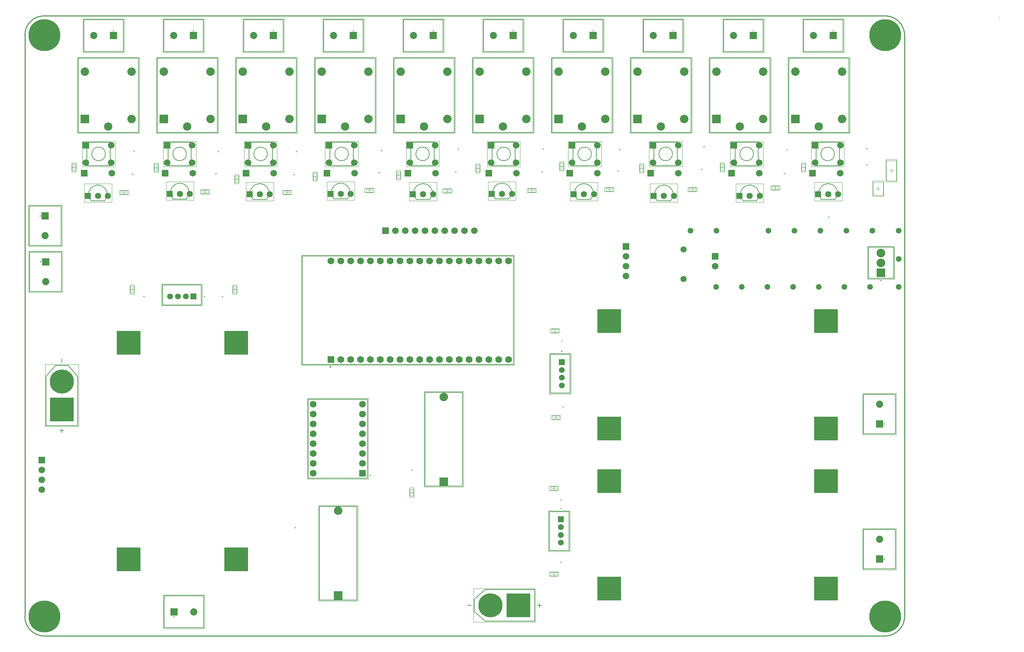
<source format=gbs>
G04*
G04 #@! TF.GenerationSoftware,Altium Limited,Altium Designer,22.1.2 (22)*
G04*
G04 Layer_Color=16711935*
%FSLAX44Y44*%
%MOMM*%
G71*
G04*
G04 #@! TF.SameCoordinates,E17F41A4-0C7A-49D5-8B51-7FD3D5A7BB14*
G04*
G04*
G04 #@! TF.FilePolarity,Negative*
G04*
G01*
G75*
%ADD11C,0.2000*%
%ADD12C,0.1270*%
%ADD13C,0.2540*%
%ADD16C,0.1000*%
%ADD17C,0.2800*%
%ADD18C,0.0500*%
%ADD28R,1.7032X1.7032*%
%ADD32R,1.7032X1.7032*%
%ADD35C,2.1832*%
%ADD36C,2.1382*%
%ADD37R,2.1832X2.1832*%
%ADD38C,1.7012*%
%ADD39R,1.7012X1.7012*%
%ADD40C,8.2032*%
%ADD41C,1.6032*%
%ADD42C,1.7032*%
%ADD43R,1.7332X1.7332*%
%ADD44C,1.7332*%
%ADD45R,2.2432X2.2432*%
%ADD46C,2.2432*%
%ADD47R,1.8532X1.8532*%
%ADD48C,1.8532*%
%ADD49C,1.5112*%
%ADD50R,1.5112X1.5112*%
%ADD51R,1.8532X1.8532*%
%ADD52C,6.2032*%
%ADD53R,6.2032X6.2032*%
%ADD54R,1.6032X1.6032*%
%ADD55R,6.2032X6.2032*%
%ADD56R,1.7632X1.7632*%
%ADD57C,1.7632*%
%ADD58R,1.5112X1.5112*%
%ADD59C,1.4732*%
D11*
X890180Y413500D02*
G03*
X890180Y413500I-1000J0D01*
G01*
X2204450Y915670D02*
G03*
X2204450Y915670I-1000J0D01*
G01*
X2081260Y1559560D02*
G03*
X2081260Y1559560I-1000J0D01*
G01*
X1875442D02*
G03*
X1875442Y1559560I-1000J0D01*
G01*
X1669624D02*
G03*
X1669624Y1559560I-1000J0D01*
G01*
X463020Y874691D02*
G03*
X463020Y874691I-1000J0D01*
G01*
X41640Y963930D02*
G03*
X41640Y963930I-1000J0D01*
G01*
X384540Y49530D02*
G03*
X384540Y49530I-1000J0D01*
G01*
X228896Y1559560D02*
G03*
X228896Y1559560I-1000J0D01*
G01*
X434714D02*
G03*
X434714Y1559560I-1000J0D01*
G01*
X640533D02*
G03*
X640533Y1559560I-1000J0D01*
G01*
X846351D02*
G03*
X846351Y1559560I-1000J0D01*
G01*
X1052169D02*
G03*
X1052169Y1559560I-1000J0D01*
G01*
X1257987D02*
G03*
X1257987Y1559560I-1000J0D01*
G01*
X1463805D02*
G03*
X1463805Y1559560I-1000J0D01*
G01*
X2213340Y198120D02*
G03*
X2213340Y198120I-1000J0D01*
G01*
X40370Y1082040D02*
G03*
X40370Y1082040I-1000J0D01*
G01*
X2213340Y546100D02*
G03*
X2213340Y546100I-1000J0D01*
G01*
X1380559Y328350D02*
G03*
X1380559Y328350I-1000J0D01*
G01*
X1383099Y733480D02*
G03*
X1383099Y733480I-1000J0D01*
G01*
D12*
X832813Y1242060D02*
G03*
X832813Y1242060I-17550J0D01*
G01*
X1875336D02*
G03*
X1875336Y1242060I-17550J0D01*
G01*
X1666831D02*
G03*
X1666831Y1242060I-17550J0D01*
G01*
X1458327D02*
G03*
X1458327Y1242060I-17550J0D01*
G01*
X1249822D02*
G03*
X1249822Y1242060I-17550J0D01*
G01*
X1041318D02*
G03*
X1041318Y1242060I-17550J0D01*
G01*
X624309D02*
G03*
X624309Y1242060I-17550J0D01*
G01*
X415805D02*
G03*
X415805Y1242060I-17550J0D01*
G01*
X207300D02*
G03*
X207300Y1242060I-17550J0D01*
G01*
X1203946Y1139253D02*
G03*
X1210827Y1126034I39104J11955D01*
G01*
X1245353D02*
G03*
X1252234Y1139253I-32222J25175D01*
G01*
X1252206Y1139128D02*
G03*
X1203974Y1139128I-24116J3389D01*
G01*
X163816Y1134173D02*
G03*
X170697Y1120954I39104J11955D01*
G01*
X205223D02*
G03*
X212104Y1134173I-32222J25175D01*
G01*
X212076Y1134048D02*
G03*
X163844Y1134048I-24116J3389D01*
G01*
X374636Y1139156D02*
G03*
X381517Y1125936I39104J11955D01*
G01*
X416043D02*
G03*
X422924Y1139156I-32222J25175D01*
G01*
X422896Y1139031D02*
G03*
X374664Y1139031I-24116J3389D01*
G01*
X580376Y1137983D02*
G03*
X587257Y1124764I39104J11955D01*
G01*
X621783D02*
G03*
X628664Y1137983I-32222J25175D01*
G01*
X628636Y1137858D02*
G03*
X580404Y1137858I-24116J3389D01*
G01*
X788656Y1139253D02*
G03*
X795537Y1126034I39104J11955D01*
G01*
X830063D02*
G03*
X836944Y1139253I-32222J25175D01*
G01*
X836916Y1139128D02*
G03*
X788684Y1139128I-24116J3389D01*
G01*
X1414766Y1137983D02*
G03*
X1421647Y1124764I39104J11955D01*
G01*
X1456173D02*
G03*
X1463054Y1137983I-32222J25175D01*
G01*
X1463026Y1137858D02*
G03*
X1414794Y1137858I-24116J3389D01*
G01*
X2043416Y1137983D02*
G03*
X2050297Y1124764I39104J11955D01*
G01*
X2084823D02*
G03*
X2091704Y1137983I-32222J25175D01*
G01*
X2091676Y1137858D02*
G03*
X2043444Y1137858I-24116J3389D01*
G01*
X1000746Y1137983D02*
G03*
X1007627Y1124764I39104J11955D01*
G01*
X1042153D02*
G03*
X1049034Y1137983I-32222J25175D01*
G01*
X1049006Y1137858D02*
G03*
X1000774Y1137858I-24116J3389D01*
G01*
X1620506Y1134173D02*
G03*
X1627387Y1120954I39104J11955D01*
G01*
X1661913D02*
G03*
X1668794Y1134173I-32222J25175D01*
G01*
X1668766Y1134048D02*
G03*
X1620534Y1134048I-24116J3389D01*
G01*
X1841486Y1134173D02*
G03*
X1848367Y1120954I39104J11955D01*
G01*
X1882893D02*
G03*
X1889774Y1134173I-32222J25175D01*
G01*
X1889746Y1134048D02*
G03*
X1841514Y1134048I-24116J3389D01*
G01*
X2083840Y1242060D02*
G03*
X2083840Y1242060I-17550J0D01*
G01*
X2120930Y1297690D02*
Y1488690D01*
X1965930D02*
X2120930D01*
X1965930Y1297690D02*
Y1488690D01*
Y1297690D02*
X2120930D01*
X785313Y1272010D02*
X845213D01*
Y1212110D02*
Y1272010D01*
X785313Y1212110D02*
X845213D01*
X785313D02*
Y1272010D01*
X1308130Y1297690D02*
Y1488690D01*
X1153130D02*
X1308130D01*
X1153130Y1297690D02*
Y1488690D01*
Y1297690D02*
X1308130D01*
X1104930D02*
Y1488690D01*
X949930D02*
X1104930D01*
X949930Y1297690D02*
Y1488690D01*
Y1297690D02*
X1104930D01*
X340330D02*
X495330D01*
X340330D02*
Y1488690D01*
X495330D01*
Y1297690D02*
Y1488690D01*
X728980Y406400D02*
X881380D01*
X728980D02*
Y609600D01*
X881380D01*
Y406400D02*
Y609600D01*
X2170950Y920990D02*
Y1001790D01*
X2235950D01*
Y920990D02*
Y1001790D01*
X2170950Y920990D02*
X2235950D01*
X2004060Y1505860D02*
X2105660D01*
X2004060D02*
Y1587860D01*
X2105660D01*
Y1505860D02*
Y1587860D01*
X1798242Y1505860D02*
X1899842D01*
X1798242D02*
Y1587860D01*
X1899842D01*
Y1505860D02*
Y1587860D01*
X1694023Y1505860D02*
Y1587860D01*
X1592424D02*
X1694023D01*
X1592424Y1505860D02*
Y1587860D01*
Y1505860D02*
X1694023D01*
X454020Y853191D02*
Y904191D01*
X354020D02*
X454020D01*
X354020Y853191D02*
Y904191D01*
Y853191D02*
X454020D01*
X1029730Y385930D02*
X1126730D01*
X1029730D02*
Y627530D01*
X1126730D01*
Y385930D02*
Y627530D01*
X94340Y887730D02*
Y989330D01*
X12340Y887730D02*
X94340D01*
X12340D02*
Y989330D01*
X94340D01*
X358140Y21230D02*
Y103230D01*
Y21230D02*
X459740D01*
Y103230D01*
X358140D02*
X459740D01*
X90060Y529220D02*
X100060D01*
X95060Y524220D02*
Y534220D01*
Y704220D02*
Y714220D01*
X54560Y668720D02*
X79060Y696720D01*
X111060D02*
X135560Y668720D01*
X54560Y541720D02*
X135560D01*
Y668720D01*
X79060Y696720D02*
X111060D01*
X54560Y541720D02*
Y668720D01*
X151696Y1505860D02*
X253296D01*
X151696D02*
Y1587860D01*
X253296D01*
Y1505860D02*
Y1587860D01*
X357514Y1505860D02*
X459114D01*
X357514D02*
Y1587860D01*
X459114D01*
Y1505860D02*
Y1587860D01*
X563332Y1505860D02*
X664932D01*
X563332D02*
Y1587860D01*
X664932D01*
Y1505860D02*
Y1587860D01*
X870751Y1505860D02*
Y1587860D01*
X769151D02*
X870751D01*
X769151Y1505860D02*
Y1587860D01*
Y1505860D02*
X870751D01*
X974969D02*
X1076569D01*
X974969D02*
Y1587860D01*
X1076569D01*
Y1505860D02*
Y1587860D01*
X1180787Y1505860D02*
X1282387D01*
X1180787D02*
Y1587860D01*
X1282387D01*
Y1505860D02*
Y1587860D01*
X1386605Y1505860D02*
X1488205D01*
X1386605D02*
Y1587860D01*
X1488205D01*
Y1505860D02*
Y1587860D01*
X1827836Y1212110D02*
Y1272010D01*
Y1212110D02*
X1887735D01*
Y1272010D01*
X1827836D02*
X1887735D01*
X1762730Y1297690D02*
X1917730D01*
X1762730D02*
Y1488690D01*
X1917730D01*
Y1297690D02*
Y1488690D01*
X1619331Y1212110D02*
Y1272010D01*
Y1212110D02*
X1679231D01*
Y1272010D01*
X1619331D02*
X1679231D01*
X1410827Y1212110D02*
Y1272010D01*
Y1212110D02*
X1470727D01*
Y1272010D01*
X1410827D02*
X1470727D01*
X1202322D02*
X1262222D01*
Y1212110D02*
Y1272010D01*
X1202322Y1212110D02*
X1262222D01*
X1202322D02*
Y1272010D01*
X993818D02*
X1053718D01*
Y1212110D02*
Y1272010D01*
X993818Y1212110D02*
X1053718D01*
X993818D02*
Y1272010D01*
X576809Y1212110D02*
Y1272010D01*
Y1212110D02*
X636709D01*
Y1272010D01*
X576809D02*
X636709D01*
X368305D02*
X428205D01*
Y1212110D02*
Y1272010D01*
X368305Y1212110D02*
X428205D01*
X368305D02*
Y1272010D01*
X159800Y1212110D02*
Y1272010D01*
Y1212110D02*
X219700D01*
Y1272010D01*
X159800D02*
X219700D01*
X1210940Y1125890D02*
X1245240D01*
X170810Y1120810D02*
X205110D01*
X381630Y1125792D02*
X415930D01*
X587370Y1124620D02*
X621670D01*
X795650Y1125890D02*
X829950D01*
X1421760Y1124620D02*
X1456060D01*
X2050410D02*
X2084710D01*
X1007740D02*
X1042040D01*
X1627500Y1120810D02*
X1661800D01*
X1848480D02*
X1882780D01*
X2036340Y1272010D02*
X2096240D01*
Y1212110D02*
Y1272010D01*
X2036340Y1212110D02*
X2096240D01*
X2036340D02*
Y1272010D01*
X1184940Y38440D02*
X1311940D01*
X1156940Y62940D02*
Y94940D01*
X1184940Y119440D02*
X1311940D01*
Y38440D02*
Y119440D01*
X1156940Y94940D02*
X1184940Y119440D01*
X1156940Y62940D02*
X1184940Y38440D01*
X1139440Y78940D02*
X1149440D01*
X1319440D02*
X1329440D01*
X1324440Y73940D02*
Y83940D01*
X1356330Y1297690D02*
X1511330D01*
X1356330D02*
Y1488690D01*
X1511330D01*
Y1297690D02*
Y1488690D01*
X1559530Y1297690D02*
X1714530D01*
X1559530D02*
Y1488690D01*
X1714530D01*
Y1297690D02*
Y1488690D01*
X292130Y1297690D02*
Y1488690D01*
X137130D02*
X292130D01*
X137130Y1297690D02*
Y1488690D01*
Y1297690D02*
X292130D01*
X543530D02*
X698530D01*
X543530D02*
Y1488690D01*
X698530D01*
Y1297690D02*
Y1488690D01*
X746730Y1297690D02*
X901730D01*
X746730D02*
Y1488690D01*
X901730D01*
Y1297690D02*
Y1488690D01*
X854950Y92560D02*
Y334160D01*
X757950D02*
X854950D01*
X757950Y92560D02*
Y334160D01*
Y92560D02*
X854950D01*
X2158640Y172720D02*
Y274320D01*
X2240640D01*
Y172720D02*
Y274320D01*
X2158640Y172720D02*
X2240640D01*
X93070Y1005840D02*
Y1107440D01*
X11070Y1005840D02*
X93070D01*
X11070D02*
Y1107440D01*
X93070D01*
X2158640Y520700D02*
Y622300D01*
X2240640D01*
Y520700D02*
Y622300D01*
X2158640Y520700D02*
X2240640D01*
X714020Y699970D02*
Y978970D01*
X1258020D01*
Y699970D02*
Y978970D01*
X714020Y699970D02*
X1258020D01*
X1401059Y220350D02*
Y320350D01*
X1350059Y220350D02*
X1401059D01*
X1350059D02*
Y320350D01*
X1401059D01*
X1403599Y625480D02*
Y725480D01*
X1352599Y625480D02*
X1403599D01*
X1352599D02*
Y725480D01*
X1403599D01*
D13*
X49530Y1597660D02*
G03*
X0Y1548130I0J-49530D01*
G01*
X2264410Y1546860D02*
G03*
X2213610Y1597660I-50800J0D01*
G01*
X2213610Y0D02*
G03*
X2264410Y50800I0J50800D01*
G01*
X0Y50000D02*
G03*
X50000Y0I50000J0D01*
G01*
X2264410Y1546860D02*
X2264410Y50800D01*
X49530Y1597660D02*
X2213610Y1597660D01*
X50000Y-0D02*
X2213610Y0D01*
X0Y50000D02*
Y1549400D01*
X2508060Y1593660D02*
X2508060D01*
X2508060D02*
Y1593910D01*
D16*
X1379424Y188500D02*
Y192500D01*
X1377424Y190500D02*
X1381424D01*
X1384504Y588550D02*
Y592550D01*
X1382504Y590550D02*
X1386504D01*
X1377424Y350520D02*
X1381424D01*
X1379424Y348520D02*
Y352520D01*
X995680Y425990D02*
Y429990D01*
X993680Y427990D02*
X997680D01*
X1381964Y758730D02*
Y762730D01*
X1379964Y760730D02*
X1383964D01*
X306070Y872826D02*
Y876826D01*
X304070Y874826D02*
X308070D01*
X508000Y872826D02*
Y876826D01*
X506000Y874826D02*
X510000D01*
X1745520Y1261110D02*
X1749520D01*
X1747520Y1259110D02*
Y1263110D01*
X1528350Y1253490D02*
X1532350D01*
X1530350Y1251490D02*
Y1255490D01*
X1952810Y1191260D02*
X1956810D01*
X1954810Y1189260D02*
Y1193260D01*
X693527Y279400D02*
X697527D01*
X695527Y277400D02*
Y281400D01*
X2164620Y1214120D02*
X2168620D01*
X2166620Y1212120D02*
Y1216120D01*
X2164620Y1256030D02*
X2168620D01*
X2166620Y1254030D02*
Y1258030D01*
X276860Y1187990D02*
Y1191990D01*
X274860Y1189990D02*
X278860D01*
X692150Y1186720D02*
Y1190720D01*
X690150Y1188720D02*
X694150D01*
X1526540Y1196880D02*
Y1200880D01*
X1524540Y1198880D02*
X1528540D01*
X491490Y1189260D02*
Y1193260D01*
X489490Y1191260D02*
X493490D01*
X1741170Y1200690D02*
Y1204690D01*
X1739170Y1202690D02*
X1743170D01*
X911860Y1191800D02*
Y1195800D01*
X909860Y1193800D02*
X913860D01*
X1108710Y1194340D02*
Y1198340D01*
X1106710Y1196340D02*
X1110710D01*
X1330960Y1194340D02*
Y1198340D01*
X1328960Y1196340D02*
X1332960D01*
X280670Y1247680D02*
Y1251680D01*
X278670Y1249680D02*
X282670D01*
X2068830Y1077500D02*
Y1081500D01*
X2066830Y1079500D02*
X2070830D01*
X497840Y1246410D02*
Y1250410D01*
X495840Y1248410D02*
X499840D01*
X698500Y1246410D02*
Y1250410D01*
X696500Y1248410D02*
X700500D01*
X917850Y1248950D02*
Y1252950D01*
X915850Y1250950D02*
X919850D01*
X1115060Y1252760D02*
Y1256760D01*
X1113060Y1254760D02*
X1117060D01*
X1333500Y1252760D02*
Y1256760D01*
X1331500Y1254760D02*
X1335500D01*
X1961240Y1250220D02*
Y1254220D01*
X1959240Y1252220D02*
X1963240D01*
X2216870Y1224630D02*
X2243370D01*
X2216870Y1173130D02*
X2243370D01*
Y1224630D01*
X2216870Y1173130D02*
Y1224630D01*
X535000Y884310D02*
Y901310D01*
X544500Y884310D02*
Y901310D01*
X535000Y884310D02*
X544500D01*
X535000Y901310D02*
X544500D01*
X1000430Y361190D02*
Y378190D01*
X990930Y361190D02*
Y378190D01*
X1000430D01*
X990930Y361190D02*
X1000430D01*
X1352940Y376250D02*
X1369940D01*
X1352940Y385750D02*
X1369940D01*
Y376250D02*
Y385750D01*
X1352940Y376250D02*
Y385750D01*
Y155270D02*
X1369940D01*
X1352940Y164770D02*
X1369940D01*
Y155270D02*
Y164770D01*
X1352940Y155270D02*
Y164770D01*
X1358020Y557860D02*
X1375020D01*
X1358020Y567360D02*
X1375020D01*
Y557860D02*
Y567360D01*
X1358020Y557860D02*
Y567360D01*
X1355480Y781380D02*
X1372480D01*
X1355480Y790880D02*
X1372480D01*
Y781380D02*
Y790880D01*
X1355480Y781380D02*
Y790880D01*
X742010Y1175140D02*
Y1192140D01*
X751510Y1175140D02*
Y1192140D01*
X742010Y1175140D02*
X751510D01*
X742010Y1192140D02*
X751510D01*
X120980Y1199270D02*
Y1216270D01*
X130480Y1199270D02*
Y1216270D01*
X120980Y1199270D02*
X130480D01*
X120980Y1216270D02*
X130480D01*
X540080Y1168790D02*
Y1185790D01*
X549580Y1168790D02*
Y1185790D01*
X540080Y1168790D02*
X549580D01*
X540080Y1185790D02*
X549580D01*
X333070Y1198000D02*
Y1215000D01*
X342570Y1198000D02*
Y1215000D01*
X333070Y1198000D02*
X342570D01*
X333070Y1215000D02*
X342570D01*
X246650Y1147750D02*
X263650D01*
X246650Y1138250D02*
X263650D01*
X246650D02*
Y1147750D01*
X263650Y1138250D02*
Y1147750D01*
X665870Y1147750D02*
X682870D01*
X665870Y1138250D02*
X682870D01*
X665870D02*
Y1147750D01*
X682870Y1138250D02*
Y1147750D01*
X2209030Y1135940D02*
Y1169440D01*
X2182630Y1135940D02*
Y1169440D01*
X2209030D01*
X2182630Y1135940D02*
X2209030D01*
X1295790Y1152830D02*
X1312790D01*
X1295790Y1143330D02*
X1312790D01*
X1295790D02*
Y1152830D01*
X1312790Y1143330D02*
Y1152830D01*
X454930Y1149020D02*
X471930D01*
X454930Y1139520D02*
X471930D01*
X454930D02*
Y1149020D01*
X471930Y1139520D02*
Y1149020D01*
X1495180Y1155370D02*
X1512180D01*
X1495180Y1145870D02*
X1512180D01*
X1495180D02*
Y1155370D01*
X1512180Y1145870D02*
Y1155370D01*
X1078620Y1151560D02*
X1095620D01*
X1078620Y1142060D02*
X1095620D01*
X1078620D02*
Y1151560D01*
X1095620Y1142060D02*
Y1151560D01*
X877960Y1152830D02*
X894960D01*
X877960Y1143330D02*
X894960D01*
X877960D02*
Y1152830D01*
X894960Y1143330D02*
Y1152830D01*
X1923170Y1159180D02*
X1940170D01*
X1923170Y1149680D02*
X1940170D01*
X1923170D02*
Y1159180D01*
X1940170Y1149680D02*
Y1159180D01*
X1377010Y1201810D02*
Y1218810D01*
X1386510Y1201810D02*
Y1218810D01*
X1377010Y1201810D02*
X1386510D01*
X1377010Y1218810D02*
X1386510D01*
X1161110Y1196730D02*
Y1213730D01*
X1170610Y1196730D02*
Y1213730D01*
X1161110Y1196730D02*
X1170610D01*
X1161110Y1213730D02*
X1170610D01*
X956640Y1179070D02*
Y1196070D01*
X966140Y1179070D02*
Y1196070D01*
X956640Y1179070D02*
X966140D01*
X956640Y1196070D02*
X966140D01*
X270840Y884310D02*
Y901310D01*
X280340Y884310D02*
Y901310D01*
X270840Y884310D02*
X280340D01*
X270840Y901310D02*
X280340D01*
X1582750Y1196730D02*
Y1213730D01*
X1592250Y1196730D02*
Y1213730D01*
X1582750Y1196730D02*
X1592250D01*
X1582750Y1213730D02*
X1592250D01*
X1999310Y1199270D02*
Y1216270D01*
X2008810Y1199270D02*
Y1216270D01*
X1999310Y1199270D02*
X2008810D01*
X1999310Y1216270D02*
X2008810D01*
X1726810Y1145870D02*
Y1155370D01*
X1709810Y1145870D02*
Y1155370D01*
Y1145870D02*
X1726810D01*
X1709810Y1155370D02*
X1726810D01*
X1789760Y1216270D02*
X1799260D01*
X1789760Y1199270D02*
X1799260D01*
Y1216270D01*
X1789760Y1199270D02*
Y1216270D01*
X2216120Y1227880D02*
X2244120D01*
X2216120Y1169880D02*
X2244120D01*
Y1227880D01*
X2216120Y1169880D02*
Y1227880D01*
X2230120Y1193880D02*
Y1203880D01*
X2225120Y1198880D02*
X2235120D01*
X535000Y892810D02*
X544500D01*
X539750Y888060D02*
Y897560D01*
X534250Y880810D02*
Y904810D01*
X545250Y880810D02*
Y904810D01*
X534250Y880810D02*
X545250D01*
X534250Y904810D02*
X545250D01*
X990930Y369690D02*
X1000430D01*
X995680Y364940D02*
Y374440D01*
X1001180Y357690D02*
Y381690D01*
X990180Y357690D02*
Y381690D01*
X1001180D01*
X990180Y357690D02*
X1001180D01*
X1361440Y376250D02*
Y385750D01*
X1356690Y381000D02*
X1366190D01*
X1349440Y375500D02*
X1373440D01*
X1349440Y386500D02*
X1373440D01*
Y375500D02*
Y386500D01*
X1349440Y375500D02*
Y386500D01*
X1361440Y155270D02*
Y164770D01*
X1356690Y160020D02*
X1366190D01*
X1349440Y154520D02*
X1373440D01*
X1349440Y165520D02*
X1373440D01*
Y154520D02*
Y165520D01*
X1349440Y154520D02*
Y165520D01*
X1366520Y557860D02*
Y567360D01*
X1361770Y562610D02*
X1371270D01*
X1354520Y557110D02*
X1378520D01*
X1354520Y568110D02*
X1378520D01*
Y557110D02*
Y568110D01*
X1354520Y557110D02*
Y568110D01*
X1363980Y781380D02*
Y790880D01*
X1359230Y786130D02*
X1368730D01*
X1351980Y780630D02*
X1375980D01*
X1351980Y791630D02*
X1375980D01*
Y780630D02*
Y791630D01*
X1351980Y780630D02*
Y791630D01*
X742010Y1183640D02*
X751510D01*
X746760Y1178890D02*
Y1188390D01*
X741260Y1171640D02*
Y1195640D01*
X752260Y1171640D02*
Y1195640D01*
X741260Y1171640D02*
X752260D01*
X741260Y1195640D02*
X752260D01*
X120980Y1207770D02*
X130480D01*
X125730Y1203020D02*
Y1212520D01*
X120230Y1195770D02*
Y1219770D01*
X131230Y1195770D02*
Y1219770D01*
X120230Y1195770D02*
X131230D01*
X120230Y1219770D02*
X131230D01*
X540080Y1177290D02*
X549580D01*
X544830Y1172540D02*
Y1182040D01*
X539330Y1165290D02*
Y1189290D01*
X550330Y1165290D02*
Y1189290D01*
X539330Y1165290D02*
X550330D01*
X539330Y1189290D02*
X550330D01*
X333070Y1206500D02*
X342570D01*
X337820Y1201750D02*
Y1211250D01*
X332320Y1194500D02*
Y1218500D01*
X343320Y1194500D02*
Y1218500D01*
X332320Y1194500D02*
X343320D01*
X332320Y1218500D02*
X343320D01*
X255150Y1138250D02*
Y1147750D01*
X250400Y1143000D02*
X259900D01*
X243150Y1148500D02*
X267150D01*
X243150Y1137500D02*
X267150D01*
X243150D02*
Y1148500D01*
X267150Y1137500D02*
Y1148500D01*
X674370Y1138250D02*
Y1147750D01*
X669620Y1143000D02*
X679120D01*
X662370Y1148500D02*
X686370D01*
X662370Y1137500D02*
X686370D01*
X662370D02*
Y1148500D01*
X686370Y1137500D02*
Y1148500D01*
X2190830Y1152690D02*
X2200830D01*
X2195830Y1147690D02*
Y1157690D01*
X2209830Y1132690D02*
Y1172690D01*
X2181830Y1132690D02*
Y1172690D01*
X2209830D01*
X2181830Y1132690D02*
X2209830D01*
X1304290Y1143330D02*
Y1152830D01*
X1299540Y1148080D02*
X1309040D01*
X1292290Y1153580D02*
X1316290D01*
X1292290Y1142580D02*
X1316290D01*
X1292290D02*
Y1153580D01*
X1316290Y1142580D02*
Y1153580D01*
X463430Y1139520D02*
Y1149020D01*
X458680Y1144270D02*
X468180D01*
X451430Y1149770D02*
X475430D01*
X451430Y1138770D02*
X475430D01*
X451430D02*
Y1149770D01*
X475430Y1138770D02*
Y1149770D01*
X1503680Y1145870D02*
Y1155370D01*
X1498930Y1150620D02*
X1508430D01*
X1491680Y1156120D02*
X1515680D01*
X1491680Y1145120D02*
X1515680D01*
X1491680D02*
Y1156120D01*
X1515680Y1145120D02*
Y1156120D01*
X1087120Y1142060D02*
Y1151560D01*
X1082370Y1146810D02*
X1091870D01*
X1075120Y1152310D02*
X1099120D01*
X1075120Y1141310D02*
X1099120D01*
X1075120D02*
Y1152310D01*
X1099120Y1141310D02*
Y1152310D01*
X886460Y1143330D02*
Y1152830D01*
X881710Y1148080D02*
X891210D01*
X874460Y1153580D02*
X898460D01*
X874460Y1142580D02*
X898460D01*
X874460D02*
Y1153580D01*
X898460Y1142580D02*
Y1153580D01*
X1931670Y1149680D02*
Y1159180D01*
X1926920Y1154430D02*
X1936420D01*
X1919670Y1159930D02*
X1943670D01*
X1919670Y1148930D02*
X1943670D01*
X1919670D02*
Y1159930D01*
X1943670Y1148930D02*
Y1159930D01*
X1377010Y1210310D02*
X1386510D01*
X1381760Y1205560D02*
Y1215060D01*
X1376260Y1198310D02*
Y1222310D01*
X1387260Y1198310D02*
Y1222310D01*
X1376260Y1198310D02*
X1387260D01*
X1376260Y1222310D02*
X1387260D01*
X1161110Y1205230D02*
X1170610D01*
X1165860Y1200480D02*
Y1209980D01*
X1160360Y1193230D02*
Y1217230D01*
X1171360Y1193230D02*
Y1217230D01*
X1160360Y1193230D02*
X1171360D01*
X1160360Y1217230D02*
X1171360D01*
X956640Y1187570D02*
X966140D01*
X961390Y1182820D02*
Y1192320D01*
X955890Y1175570D02*
Y1199570D01*
X966890Y1175570D02*
Y1199570D01*
X955890Y1175570D02*
X966890D01*
X955890Y1199570D02*
X966890D01*
X270840Y892810D02*
X280340D01*
X275590Y888060D02*
Y897560D01*
X270090Y880810D02*
Y904810D01*
X281090Y880810D02*
Y904810D01*
X270090Y880810D02*
X281090D01*
X270090Y904810D02*
X281090D01*
X1582750Y1205230D02*
X1592250D01*
X1587500Y1200480D02*
Y1209980D01*
X1582000Y1193230D02*
Y1217230D01*
X1593000Y1193230D02*
Y1217230D01*
X1582000Y1193230D02*
X1593000D01*
X1582000Y1217230D02*
X1593000D01*
X1999310Y1207770D02*
X2008810D01*
X2004060Y1203020D02*
Y1212520D01*
X1998560Y1195770D02*
Y1219770D01*
X2009560Y1195770D02*
Y1219770D01*
X1998560Y1195770D02*
X2009560D01*
X1998560Y1219770D02*
X2009560D01*
X1730310Y1145120D02*
Y1156120D01*
X1706310Y1145120D02*
Y1156120D01*
Y1145120D02*
X1730310D01*
X1706310Y1156120D02*
X1730310D01*
X1713560Y1150620D02*
X1723060D01*
X1718310Y1145870D02*
Y1155370D01*
X1789010Y1219770D02*
X1800010D01*
X1789010Y1195770D02*
X1800010D01*
Y1219770D01*
X1789010Y1195770D02*
Y1219770D01*
X1794510Y1203020D02*
Y1212520D01*
X1789760Y1207770D02*
X1799260D01*
D17*
X787920Y693470D02*
G03*
X787920Y693470I-1400J0D01*
G01*
D18*
X2123430Y1295190D02*
Y1491190D01*
X1963430D02*
X2123430D01*
X1963430Y1295190D02*
Y1491190D01*
Y1295190D02*
X2123430D01*
X772763Y1274560D02*
X857763D01*
Y1209560D02*
Y1274560D01*
X772763Y1209560D02*
X857763D01*
X772763D02*
Y1274560D01*
X1310630Y1295190D02*
Y1491190D01*
X1150630D02*
X1310630D01*
X1150630Y1295190D02*
Y1491190D01*
Y1295190D02*
X1310630D01*
X1107430D02*
Y1491190D01*
X947430D02*
X1107430D01*
X947430Y1295190D02*
Y1491190D01*
Y1295190D02*
X1107430D01*
X337830D02*
X497830D01*
X337830D02*
Y1491190D01*
X497830D01*
Y1295190D02*
Y1491190D01*
X883880Y403900D02*
Y612100D01*
X726480D02*
X883880D01*
X726480Y403900D02*
Y612100D01*
Y403900D02*
X883880D01*
X2168450Y918490D02*
Y1004290D01*
X2238450D01*
Y918490D02*
Y1004290D01*
X2168450Y918490D02*
X2238450D01*
X2001560Y1503360D02*
X2108160D01*
X2001560D02*
Y1590360D01*
X2108160D01*
Y1503360D02*
Y1590360D01*
X1795742Y1503360D02*
X1902342D01*
X1795742D02*
Y1590360D01*
X1902342D01*
Y1503360D02*
Y1590360D01*
X1696523Y1503360D02*
Y1590360D01*
X1589924D02*
X1696523D01*
X1589924Y1503360D02*
Y1590360D01*
Y1503360D02*
X1696523D01*
X456520Y850691D02*
Y906691D01*
X351520D02*
X456520D01*
X351520Y850691D02*
Y906691D01*
Y850691D02*
X456520D01*
X1027230Y383430D02*
X1129230D01*
X1027230D02*
Y630030D01*
X1129230D01*
Y383430D02*
Y630030D01*
X96840Y885230D02*
Y991830D01*
X9840Y885230D02*
X96840D01*
X9840D02*
Y991830D01*
X96840D01*
X355640Y18730D02*
Y105730D01*
Y18730D02*
X462240D01*
Y105730D01*
X355640D02*
X462240D01*
X52060Y539220D02*
Y699220D01*
X138060D01*
Y539220D02*
Y699220D01*
X52060Y539220D02*
X138060D01*
X149196Y1503360D02*
X255796D01*
X149196D02*
Y1590360D01*
X255796D01*
Y1503360D02*
Y1590360D01*
X355014Y1503360D02*
X461614D01*
X355014D02*
Y1590360D01*
X461614D01*
Y1503360D02*
Y1590360D01*
X560832Y1503360D02*
X667432D01*
X560832D02*
Y1590360D01*
X667432D01*
Y1503360D02*
Y1590360D01*
X873251Y1503360D02*
Y1590360D01*
X766651D02*
X873251D01*
X766651Y1503360D02*
Y1590360D01*
Y1503360D02*
X873251D01*
X972469D02*
X1079069D01*
X972469D02*
Y1590360D01*
X1079069D01*
Y1503360D02*
Y1590360D01*
X1178287Y1503360D02*
X1284887D01*
X1178287D02*
Y1590360D01*
X1284887D01*
Y1503360D02*
Y1590360D01*
X1384105Y1503360D02*
X1490705D01*
X1384105D02*
Y1590360D01*
X1490705D01*
Y1503360D02*
Y1590360D01*
X1815285Y1209560D02*
Y1274560D01*
Y1209560D02*
X1900285D01*
Y1274560D01*
X1815285D02*
X1900285D01*
X1760230Y1295190D02*
X1920230D01*
X1760230D02*
Y1491190D01*
X1920230D01*
Y1295190D02*
Y1491190D01*
X1606781Y1209560D02*
Y1274560D01*
Y1209560D02*
X1691781D01*
Y1274560D01*
X1606781D02*
X1691781D01*
X1398277Y1209560D02*
Y1274560D01*
Y1209560D02*
X1483277D01*
Y1274560D01*
X1398277D02*
X1483277D01*
X1189772D02*
X1274772D01*
Y1209560D02*
Y1274560D01*
X1189772Y1209560D02*
X1274772D01*
X1189772D02*
Y1274560D01*
X981268D02*
X1066268D01*
Y1209560D02*
Y1274560D01*
X981268Y1209560D02*
X1066268D01*
X981268D02*
Y1274560D01*
X564259Y1209560D02*
Y1274560D01*
Y1209560D02*
X649259D01*
Y1274560D01*
X564259D02*
X649259D01*
X355755D02*
X440755D01*
Y1209560D02*
Y1274560D01*
X355755Y1209560D02*
X440755D01*
X355755D02*
Y1274560D01*
X147250Y1209560D02*
Y1274560D01*
Y1209560D02*
X232250D01*
Y1274560D01*
X147250D02*
X232250D01*
X1192590Y1122690D02*
Y1169990D01*
Y1122690D02*
X1263590D01*
Y1169990D01*
X1192590D02*
X1263590D01*
X152460Y1117610D02*
Y1164910D01*
Y1117610D02*
X223460D01*
Y1164910D01*
X152460D02*
X223460D01*
X363280Y1122592D02*
Y1169893D01*
Y1122592D02*
X434280D01*
Y1169893D01*
X363280D02*
X434280D01*
X569020Y1121420D02*
Y1168720D01*
Y1121420D02*
X640020D01*
Y1168720D01*
X569020D02*
X640020D01*
X777300Y1122690D02*
Y1169990D01*
Y1122690D02*
X848300D01*
Y1169990D01*
X777300D02*
X848300D01*
X1403410Y1121420D02*
Y1168720D01*
Y1121420D02*
X1474410D01*
Y1168720D01*
X1403410D02*
X1474410D01*
X2032060Y1121420D02*
Y1168720D01*
Y1121420D02*
X2103060D01*
Y1168720D01*
X2032060D02*
X2103060D01*
X989390Y1121420D02*
Y1168720D01*
Y1121420D02*
X1060390D01*
Y1168720D01*
X989390D02*
X1060390D01*
X1609150Y1117610D02*
Y1164910D01*
Y1117610D02*
X1680150D01*
Y1164910D01*
X1609150D02*
X1680150D01*
X1830130Y1117610D02*
Y1164910D01*
Y1117610D02*
X1901130D01*
Y1164910D01*
X1830130D02*
X1901130D01*
X2023790Y1274560D02*
X2108790D01*
Y1209560D02*
Y1274560D01*
X2023790Y1209560D02*
X2108790D01*
X2023790D02*
Y1274560D01*
X1314440Y35940D02*
Y121940D01*
X1154440D02*
X1314440D01*
X1154440Y35940D02*
Y121940D01*
Y35940D02*
X1314440D01*
X1353830Y1295190D02*
X1513830D01*
X1353830D02*
Y1491190D01*
X1513830D01*
Y1295190D02*
Y1491190D01*
X1557030Y1295190D02*
X1717030D01*
X1557030D02*
Y1491190D01*
X1717030D01*
Y1295190D02*
Y1491190D01*
X294630Y1295190D02*
Y1491190D01*
X134630D02*
X294630D01*
X134630Y1295190D02*
Y1491190D01*
Y1295190D02*
X294630D01*
X541030D02*
X701030D01*
X541030D02*
Y1491190D01*
X701030D01*
Y1295190D02*
Y1491190D01*
X744230Y1295190D02*
X904230D01*
X744230D02*
Y1491190D01*
X904230D01*
Y1295190D02*
Y1491190D01*
X857450Y90060D02*
Y336660D01*
X755450D02*
X857450D01*
X755450Y90060D02*
Y336660D01*
Y90060D02*
X857450D01*
X2156140Y170220D02*
Y276820D01*
X2243140D01*
Y170220D02*
Y276820D01*
X2156140Y170220D02*
X2243140D01*
X95570Y1003340D02*
Y1109940D01*
X8570Y1003340D02*
X95570D01*
X8570D02*
Y1109940D01*
X95570D01*
X2156140Y518200D02*
Y624800D01*
X2243140D01*
Y518200D02*
Y624800D01*
X2156140Y518200D02*
X2243140D01*
X711520Y697470D02*
Y981470D01*
X1260520D01*
Y697470D02*
Y981470D01*
X711520Y697470D02*
X1260520D01*
X1403559Y217850D02*
Y322850D01*
X1347559Y217850D02*
X1403559D01*
X1347559D02*
Y322850D01*
X1403559D01*
X1406099Y622980D02*
Y727980D01*
X1350099Y622980D02*
X1406099D01*
X1350099D02*
Y727980D01*
X1406099D01*
D28*
X928370Y1043940D02*
D03*
X1818700Y1192530D02*
D03*
X1610420D02*
D03*
X152460D02*
D03*
X360740D02*
D03*
X1402140D02*
D03*
X1193860D02*
D03*
X985580D02*
D03*
X777300D02*
D03*
X569020D02*
D03*
X2026980D02*
D03*
D32*
X1776860Y977900D02*
D03*
X1546860Y1003300D02*
D03*
X43180Y453390D02*
D03*
D35*
X1983430Y1454190D02*
D03*
X2103430D02*
D03*
Y1332190D02*
D03*
X1170630Y1454190D02*
D03*
X1290630D02*
D03*
Y1332190D02*
D03*
X967430Y1454190D02*
D03*
X1087430D02*
D03*
Y1332190D02*
D03*
X477830D02*
D03*
Y1454190D02*
D03*
X357830D02*
D03*
X1078230Y615930D02*
D03*
X1900230Y1332190D02*
D03*
Y1454190D02*
D03*
X1780230D02*
D03*
X1493830Y1332190D02*
D03*
Y1454190D02*
D03*
X1373830D02*
D03*
X1697030Y1332190D02*
D03*
Y1454190D02*
D03*
X1577030D02*
D03*
X154630D02*
D03*
X274630D02*
D03*
Y1332190D02*
D03*
X681030D02*
D03*
Y1454190D02*
D03*
X561030D02*
D03*
X884230Y1332190D02*
D03*
Y1454190D02*
D03*
X764230D02*
D03*
X806450Y322560D02*
D03*
D36*
X2043430Y1312190D02*
D03*
X1230630D02*
D03*
X1027430D02*
D03*
X417830D02*
D03*
X1840230D02*
D03*
X1433830D02*
D03*
X1637030D02*
D03*
X214630D02*
D03*
X621030D02*
D03*
X824230D02*
D03*
D37*
X1983430Y1332190D02*
D03*
X1170630D02*
D03*
X967430D02*
D03*
X357830D02*
D03*
X1078230Y397530D02*
D03*
X1780230Y1332190D02*
D03*
X1373830D02*
D03*
X1577030D02*
D03*
X154630D02*
D03*
X561030D02*
D03*
X764230D02*
D03*
X806450Y104160D02*
D03*
D38*
X847763Y1264560D02*
D03*
Y1219560D02*
D03*
X782763D02*
D03*
X1825285D02*
D03*
X1890285D02*
D03*
Y1264560D02*
D03*
X1616781Y1219560D02*
D03*
X1681781D02*
D03*
Y1264560D02*
D03*
X1408277Y1219560D02*
D03*
X1473277D02*
D03*
Y1264560D02*
D03*
X1264772D02*
D03*
Y1219560D02*
D03*
X1199772D02*
D03*
X1056268Y1264560D02*
D03*
Y1219560D02*
D03*
X991268D02*
D03*
X574259D02*
D03*
X639259D02*
D03*
Y1264560D02*
D03*
X430755D02*
D03*
Y1219560D02*
D03*
X365755D02*
D03*
X157250D02*
D03*
X222250D02*
D03*
Y1264560D02*
D03*
X2098790D02*
D03*
Y1219560D02*
D03*
X2033790D02*
D03*
D39*
X782763Y1264560D02*
D03*
X1825285D02*
D03*
X1616781D02*
D03*
X1408277D02*
D03*
X1199772D02*
D03*
X991268D02*
D03*
X574259D02*
D03*
X365755D02*
D03*
X157250D02*
D03*
X2033790D02*
D03*
D40*
X50000Y50000D02*
D03*
Y1547660D02*
D03*
X2214410Y50000D02*
D03*
Y1547660D02*
D03*
D41*
X1695450Y919480D02*
D03*
Y995680D02*
D03*
X1228090Y1139190D02*
D03*
X1254090D02*
D03*
X187960Y1134110D02*
D03*
X213960D02*
D03*
X398780Y1139092D02*
D03*
X424780D02*
D03*
X604520Y1137920D02*
D03*
X630520D02*
D03*
X812800Y1139190D02*
D03*
X838800D02*
D03*
X1438910Y1137920D02*
D03*
X1464910D02*
D03*
X2067560D02*
D03*
X2093560D02*
D03*
X1024890D02*
D03*
X1050890D02*
D03*
X1644650Y1134110D02*
D03*
X1670650D02*
D03*
X1865630D02*
D03*
X1891630D02*
D03*
D42*
X953770Y1043940D02*
D03*
X979170D02*
D03*
X1004570D02*
D03*
X1029970D02*
D03*
X1055370D02*
D03*
X1080770D02*
D03*
X1106170D02*
D03*
X1131570D02*
D03*
X1156970D02*
D03*
X1776860Y952500D02*
D03*
X1889700Y1192530D02*
D03*
X1681420D02*
D03*
X223460D02*
D03*
X431740D02*
D03*
X1473140D02*
D03*
X1264860D02*
D03*
X1056580D02*
D03*
X848300D02*
D03*
X640020D02*
D03*
X2097980D02*
D03*
X1546860Y927100D02*
D03*
Y952500D02*
D03*
Y977900D02*
D03*
X43180Y377190D02*
D03*
Y402590D02*
D03*
Y427990D02*
D03*
D43*
X868680Y419100D02*
D03*
D44*
Y444500D02*
D03*
Y469900D02*
D03*
Y495300D02*
D03*
Y520700D02*
D03*
Y546100D02*
D03*
Y571500D02*
D03*
Y596900D02*
D03*
X741680D02*
D03*
Y571500D02*
D03*
Y546100D02*
D03*
Y520700D02*
D03*
Y495300D02*
D03*
Y469900D02*
D03*
Y444500D02*
D03*
Y419100D02*
D03*
D45*
X2203450Y935990D02*
D03*
D46*
Y961390D02*
D03*
Y986790D02*
D03*
D47*
X2080260Y1546860D02*
D03*
X1874442D02*
D03*
X1668624D02*
D03*
X383540Y62230D02*
D03*
X227896Y1546860D02*
D03*
X433714D02*
D03*
X639533D02*
D03*
X845351D02*
D03*
X1051169D02*
D03*
X1256987D02*
D03*
X1462805D02*
D03*
D48*
X2029460D02*
D03*
X1823642D02*
D03*
X1617823D02*
D03*
X53340Y913130D02*
D03*
X434340Y62230D02*
D03*
X177096Y1546860D02*
D03*
X382914D02*
D03*
X588732D02*
D03*
X794551D02*
D03*
X1000369D02*
D03*
X1206187D02*
D03*
X1412005D02*
D03*
X2199640Y248920D02*
D03*
X52070Y1031240D02*
D03*
X2199640Y596900D02*
D03*
D49*
X374020Y874691D02*
D03*
X394020D02*
D03*
X414020D02*
D03*
X1379559Y280350D02*
D03*
Y260350D02*
D03*
Y240350D02*
D03*
X1382099Y685480D02*
D03*
Y665480D02*
D03*
Y645480D02*
D03*
D50*
X434020Y874691D02*
D03*
D51*
X53340Y963930D02*
D03*
X2199640Y198120D02*
D03*
X52070Y1082040D02*
D03*
X2199640Y546100D02*
D03*
D52*
X95060Y655220D02*
D03*
X1198440Y78940D02*
D03*
D53*
X95060Y583220D02*
D03*
X1504080Y121850D02*
D03*
Y398850D02*
D03*
X2062080Y121850D02*
D03*
Y398850D02*
D03*
X1504080Y534600D02*
D03*
Y811600D02*
D03*
X2062080Y534600D02*
D03*
Y811600D02*
D03*
D54*
X1202090Y1139190D02*
D03*
X161960Y1134110D02*
D03*
X372780Y1139092D02*
D03*
X578520Y1137920D02*
D03*
X786800Y1139190D02*
D03*
X1412910Y1137920D02*
D03*
X2041560D02*
D03*
X998890D02*
D03*
X1618650Y1134110D02*
D03*
X1839630D02*
D03*
D55*
X1270440Y78940D02*
D03*
X266630Y755250D02*
D03*
X543630D02*
D03*
X266630Y197250D02*
D03*
X543630D02*
D03*
D56*
X787920Y712470D02*
D03*
D57*
X813320D02*
D03*
X1245120D02*
D03*
X838720D02*
D03*
X864120D02*
D03*
X889520D02*
D03*
X914920D02*
D03*
X940320D02*
D03*
X965720D02*
D03*
X991120D02*
D03*
X1016520D02*
D03*
X1041920D02*
D03*
X1067320D02*
D03*
X1092720D02*
D03*
X1118120D02*
D03*
X1143520D02*
D03*
X1168920D02*
D03*
X1194320D02*
D03*
X1219720D02*
D03*
X787920Y966470D02*
D03*
X813320D02*
D03*
X838720D02*
D03*
X864120D02*
D03*
X889520D02*
D03*
X914920D02*
D03*
X940320D02*
D03*
X965720D02*
D03*
X991120D02*
D03*
X1016520D02*
D03*
X1041920D02*
D03*
X1067320D02*
D03*
X1092720D02*
D03*
X1118120D02*
D03*
X1143520D02*
D03*
X1168920D02*
D03*
X1194320D02*
D03*
X1219720D02*
D03*
X1245120D02*
D03*
D58*
X1379559Y300350D02*
D03*
X1382099Y705480D02*
D03*
D59*
X1913731Y1043940D02*
D03*
X2249170D02*
D03*
X2043430Y899160D02*
D03*
X2175510D02*
D03*
X2249170Y971550D02*
D03*
Y899160D02*
D03*
X2109470D02*
D03*
X1977390D02*
D03*
X1911350D02*
D03*
X1845310D02*
D03*
X1779270D02*
D03*
X2181066Y1043940D02*
D03*
X2114232D02*
D03*
X2047399D02*
D03*
X1980565D02*
D03*
X1780064D02*
D03*
X1713230D02*
D03*
M02*

</source>
